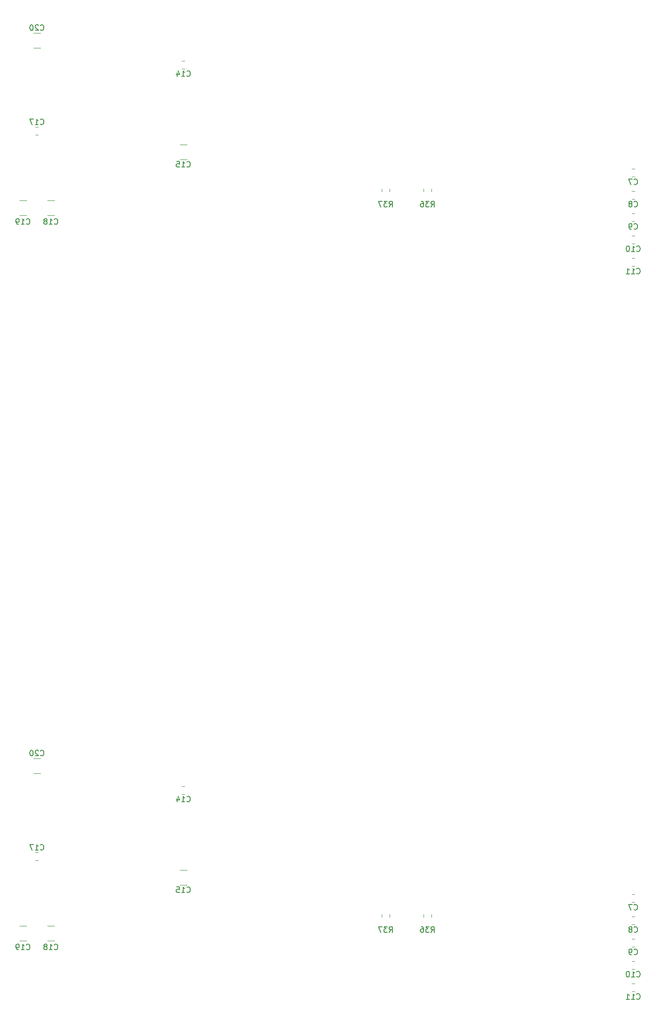
<source format=gbr>
*
%LPD*%
%LNPacMan-B_SilkS*%
%FSLAX25Y25*%
%MOIN*%
%AD*%
%AD*%
%ADD36C,0.004724409*%
%ADD37C,0.005905512*%
G54D36*
%SRX1Y1I0.0J0.0*%
G1X59862Y304633D2*
G1X55121Y304633D1*
G1X59862Y315342D2*
G1X55121Y315342D1*
G1X45121Y195342D2*
G1X49862Y195342D1*
G1X45121Y184633D2*
G1X49862Y184633D1*
G1X69862Y184633D2*
G1X65121Y184633D1*
G1X69862Y195342D2*
G1X65121Y195342D1*
G1X160121Y235342D2*
G1X164862Y235342D1*
G1X160121Y224633D2*
G1X164862Y224633D1*
G1X334696Y201459D2*
G1X334696Y203516D1*
G1X340287Y201459D2*
G1X340287Y203516D1*
G1X310287Y201459D2*
G1X310287Y203516D1*
G1X304696Y201459D2*
G1X304696Y203516D1*
G1X483963Y212192D2*
G1X486020Y212192D1*
G1X483963Y217783D2*
G1X486020Y217783D1*
G1X483963Y201783D2*
G1X486020Y201783D1*
G1X483963Y196192D2*
G1X486020Y196192D1*
G1X483963Y185783D2*
G1X486020Y185783D1*
G1X483963Y180192D2*
G1X486020Y180192D1*
G1X483963Y164192D2*
G1X486020Y164192D1*
G1X483963Y169783D2*
G1X486020Y169783D1*
G1X483963Y153783D2*
G1X486020Y153783D1*
G1X483963Y148192D2*
G1X486020Y148192D1*
G1X161463Y289692D2*
G1X163520Y289692D1*
G1X161463Y295283D2*
G1X163520Y295283D1*
G1X58520Y242192D2*
G1X56463Y242192D1*
G1X58520Y247783D2*
G1X56463Y247783D1*
G1X60023Y317558D2*
G54D37*
G1X60210Y317370D1*
G1X60773Y317183D1*
G1X61148Y317183D1*
G1X61710Y317370D1*
G1X62085Y317745D1*
G1X62272Y318120D1*
G1X62460Y318870D1*
G1X62460Y319433D1*
G1X62272Y320182D1*
G1X62085Y320557D1*
G1X61710Y320932D1*
G1X61148Y321120D1*
G1X60773Y321120D1*
G1X60210Y320932D1*
G1X60023Y320745D1*
G1X58523Y320745D2*
G1X58335Y320932D1*
G1X57960Y321120D1*
G1X57023Y321120D1*
G1X56648Y320932D1*
G1X56461Y320745D1*
G1X56273Y320370D1*
G1X56273Y319995D1*
G1X56461Y319433D1*
G1X58710Y317183D1*
G1X56273Y317183D1*
G1X53836Y321120D2*
G1X53461Y321120D1*
G1X53086Y320932D1*
G1X52899Y320745D1*
G1X52711Y320370D1*
G1X52524Y319620D1*
G1X52524Y318683D1*
G1X52711Y317933D1*
G1X52899Y317558D1*
G1X53086Y317370D1*
G1X53461Y317183D1*
G1X53836Y317183D1*
G1X54211Y317370D1*
G1X54398Y317558D1*
G1X54586Y317933D1*
G1X54773Y318683D1*
G1X54773Y319620D1*
G1X54586Y320370D1*
G1X54398Y320745D1*
G1X54211Y320932D1*
G1X53836Y321120D1*
G1X50023Y178581D2*
G1X50210Y178394D1*
G1X50773Y178206D1*
G1X51148Y178206D1*
G1X51710Y178394D1*
G1X52085Y178769D1*
G1X52272Y179144D1*
G1X52460Y179894D1*
G1X52460Y180456D1*
G1X52272Y181206D1*
G1X52085Y181581D1*
G1X51710Y181956D1*
G1X51148Y182144D1*
G1X50773Y182144D1*
G1X50210Y181956D1*
G1X50023Y181769D1*
G1X46273Y178206D2*
G1X48523Y178206D1*
G1X47398Y178206D2*
G1X47398Y182144D1*
G1X47773Y181581D1*
G1X48148Y181206D1*
G1X48523Y181019D1*
G1X44398Y178206D2*
G1X43649Y178206D1*
G1X43274Y178394D1*
G1X43086Y178581D1*
G1X42711Y179144D1*
G1X42524Y179894D1*
G1X42524Y181394D1*
G1X42711Y181769D1*
G1X42899Y181956D1*
G1X43274Y182144D1*
G1X44023Y182144D1*
G1X44398Y181956D1*
G1X44586Y181769D1*
G1X44773Y181394D1*
G1X44773Y180456D1*
G1X44586Y180081D1*
G1X44398Y179894D1*
G1X44023Y179706D1*
G1X43274Y179706D1*
G1X42899Y179894D1*
G1X42711Y180081D1*
G1X42524Y180456D1*
G1X70023Y178581D2*
G1X70210Y178394D1*
G1X70773Y178206D1*
G1X71148Y178206D1*
G1X71710Y178394D1*
G1X72085Y178769D1*
G1X72272Y179144D1*
G1X72460Y179894D1*
G1X72460Y180456D1*
G1X72272Y181206D1*
G1X72085Y181581D1*
G1X71710Y181956D1*
G1X71148Y182144D1*
G1X70773Y182144D1*
G1X70210Y181956D1*
G1X70023Y181769D1*
G1X66273Y178206D2*
G1X68523Y178206D1*
G1X67398Y178206D2*
G1X67398Y182144D1*
G1X67773Y181581D1*
G1X68148Y181206D1*
G1X68523Y181019D1*
G1X64023Y180456D2*
G1X64398Y180644D1*
G1X64586Y180831D1*
G1X64773Y181206D1*
G1X64773Y181394D1*
G1X64586Y181769D1*
G1X64398Y181956D1*
G1X64023Y182144D1*
G1X63274Y182144D1*
G1X62899Y181956D1*
G1X62711Y181769D1*
G1X62524Y181394D1*
G1X62524Y181206D1*
G1X62711Y180831D1*
G1X62899Y180644D1*
G1X63274Y180456D1*
G1X64023Y180456D1*
G1X64398Y180269D1*
G1X64586Y180081D1*
G1X64773Y179706D1*
G1X64773Y178956D1*
G1X64586Y178581D1*
G1X64398Y178394D1*
G1X64023Y178206D1*
G1X63274Y178206D1*
G1X62899Y178394D1*
G1X62711Y178581D1*
G1X62524Y178956D1*
G1X62524Y179706D1*
G1X62711Y180081D1*
G1X62899Y180269D1*
G1X63274Y180456D1*
G1X165023Y219605D2*
G1X165210Y219418D1*
G1X165773Y219230D1*
G1X166148Y219230D1*
G1X166710Y219418D1*
G1X167085Y219793D1*
G1X167272Y220167D1*
G1X167460Y220917D1*
G1X167460Y221480D1*
G1X167272Y222230D1*
G1X167085Y222605D1*
G1X166710Y222980D1*
G1X166148Y223167D1*
G1X165773Y223167D1*
G1X165210Y222980D1*
G1X165023Y222792D1*
G1X161273Y219230D2*
G1X163523Y219230D1*
G1X162398Y219230D2*
G1X162398Y223167D1*
G1X162773Y222605D1*
G1X163148Y222230D1*
G1X163523Y222042D1*
G1X157711Y223167D2*
G1X159586Y223167D1*
G1X159773Y221292D1*
G1X159586Y221480D1*
G1X159211Y221667D1*
G1X158274Y221667D1*
G1X157899Y221480D1*
G1X157711Y221292D1*
G1X157524Y220917D1*
G1X157524Y219980D1*
G1X157711Y219605D1*
G1X157899Y219418D1*
G1X158274Y219230D1*
G1X159211Y219230D1*
G1X159586Y219418D1*
G1X159773Y219605D1*
G1X340023Y190706D2*
G1X341335Y192581D1*
G1X342272Y190706D2*
G1X342272Y194644D1*
G1X340773Y194644D1*
G1X340398Y194456D1*
G1X340210Y194269D1*
G1X340023Y193894D1*
G1X340023Y193331D1*
G1X340210Y192956D1*
G1X340398Y192769D1*
G1X340773Y192581D1*
G1X342272Y192581D1*
G1X338710Y194644D2*
G1X336273Y194644D1*
G1X337586Y193144D1*
G1X337023Y193144D1*
G1X336648Y192956D1*
G1X336461Y192769D1*
G1X336273Y192394D1*
G1X336273Y191456D1*
G1X336461Y191081D1*
G1X336648Y190894D1*
G1X337023Y190706D1*
G1X338148Y190706D1*
G1X338523Y190894D1*
G1X338710Y191081D1*
G1X332899Y194644D2*
G1X333649Y194644D1*
G1X334023Y194456D1*
G1X334211Y194269D1*
G1X334586Y193706D1*
G1X334773Y192956D1*
G1X334773Y191456D1*
G1X334586Y191081D1*
G1X334398Y190894D1*
G1X334023Y190706D1*
G1X333274Y190706D1*
G1X332899Y190894D1*
G1X332711Y191081D1*
G1X332524Y191456D1*
G1X332524Y192394D1*
G1X332711Y192769D1*
G1X332899Y192956D1*
G1X333274Y193144D1*
G1X334023Y193144D1*
G1X334398Y192956D1*
G1X334586Y192769D1*
G1X334773Y192394D1*
G1X310023Y190706D2*
G1X311335Y192581D1*
G1X312272Y190706D2*
G1X312272Y194644D1*
G1X310773Y194644D1*
G1X310398Y194456D1*
G1X310210Y194269D1*
G1X310023Y193894D1*
G1X310023Y193331D1*
G1X310210Y192956D1*
G1X310398Y192769D1*
G1X310773Y192581D1*
G1X312272Y192581D1*
G1X308710Y194644D2*
G1X306273Y194644D1*
G1X307586Y193144D1*
G1X307023Y193144D1*
G1X306648Y192956D1*
G1X306461Y192769D1*
G1X306273Y192394D1*
G1X306273Y191456D1*
G1X306461Y191081D1*
G1X306648Y190894D1*
G1X307023Y190706D1*
G1X308148Y190706D1*
G1X308523Y190894D1*
G1X308710Y191081D1*
G1X304961Y194644D2*
G1X302336Y194644D1*
G1X304023Y190706D1*
G1X485648Y207085D2*
G1X485835Y206898D1*
G1X486398Y206710D1*
G1X486773Y206710D1*
G1X487335Y206898D1*
G1X487710Y207273D1*
G1X487898Y207648D1*
G1X488085Y208398D1*
G1X488085Y208960D1*
G1X487898Y209710D1*
G1X487710Y210085D1*
G1X487335Y210460D1*
G1X486773Y210647D1*
G1X486398Y210647D1*
G1X485835Y210460D1*
G1X485648Y210272D1*
G1X484336Y210647D2*
G1X481711Y210647D1*
G1X483398Y206710D1*
G1X485648Y191085D2*
G1X485835Y190898D1*
G1X486398Y190710D1*
G1X486773Y190710D1*
G1X487335Y190898D1*
G1X487710Y191273D1*
G1X487898Y191648D1*
G1X488085Y192398D1*
G1X488085Y192960D1*
G1X487898Y193710D1*
G1X487710Y194085D1*
G1X487335Y194460D1*
G1X486773Y194647D1*
G1X486398Y194647D1*
G1X485835Y194460D1*
G1X485648Y194272D1*
G1X483398Y192960D2*
G1X483773Y193148D1*
G1X483961Y193335D1*
G1X484148Y193710D1*
G1X484148Y193898D1*
G1X483961Y194272D1*
G1X483773Y194460D1*
G1X483398Y194647D1*
G1X482648Y194647D1*
G1X482273Y194460D1*
G1X482086Y194272D1*
G1X481898Y193898D1*
G1X481898Y193710D1*
G1X482086Y193335D1*
G1X482273Y193148D1*
G1X482648Y192960D1*
G1X483398Y192960D1*
G1X483773Y192773D1*
G1X483961Y192585D1*
G1X484148Y192210D1*
G1X484148Y191460D1*
G1X483961Y191085D1*
G1X483773Y190898D1*
G1X483398Y190710D1*
G1X482648Y190710D1*
G1X482273Y190898D1*
G1X482086Y191085D1*
G1X481898Y191460D1*
G1X481898Y192210D1*
G1X482086Y192585D1*
G1X482273Y192773D1*
G1X482648Y192960D1*
G1X485648Y175085D2*
G1X485835Y174898D1*
G1X486398Y174710D1*
G1X486773Y174710D1*
G1X487335Y174898D1*
G1X487710Y175273D1*
G1X487898Y175648D1*
G1X488085Y176398D1*
G1X488085Y176960D1*
G1X487898Y177710D1*
G1X487710Y178085D1*
G1X487335Y178460D1*
G1X486773Y178647D1*
G1X486398Y178647D1*
G1X485835Y178460D1*
G1X485648Y178272D1*
G1X483773Y174710D2*
G1X483023Y174710D1*
G1X482648Y174898D1*
G1X482461Y175085D1*
G1X482086Y175648D1*
G1X481898Y176398D1*
G1X481898Y177898D1*
G1X482086Y178272D1*
G1X482273Y178460D1*
G1X482648Y178647D1*
G1X483398Y178647D1*
G1X483773Y178460D1*
G1X483961Y178272D1*
G1X484148Y177898D1*
G1X484148Y176960D1*
G1X483961Y176585D1*
G1X483773Y176398D1*
G1X483398Y176210D1*
G1X482648Y176210D1*
G1X482273Y176398D1*
G1X482086Y176585D1*
G1X481898Y176960D1*
G1X487523Y159085D2*
G1X487710Y158898D1*
G1X488273Y158710D1*
G1X488648Y158710D1*
G1X489210Y158898D1*
G1X489585Y159273D1*
G1X489772Y159648D1*
G1X489960Y160398D1*
G1X489960Y160960D1*
G1X489772Y161710D1*
G1X489585Y162085D1*
G1X489210Y162460D1*
G1X488648Y162647D1*
G1X488273Y162647D1*
G1X487710Y162460D1*
G1X487523Y162272D1*
G1X483773Y158710D2*
G1X486023Y158710D1*
G1X484898Y158710D2*
G1X484898Y162647D1*
G1X485273Y162085D1*
G1X485648Y161710D1*
G1X486023Y161523D1*
G1X481336Y162647D2*
G1X480961Y162647D1*
G1X480586Y162460D1*
G1X480399Y162272D1*
G1X480211Y161898D1*
G1X480024Y161148D1*
G1X480024Y160210D1*
G1X480211Y159460D1*
G1X480399Y159085D1*
G1X480586Y158898D1*
G1X480961Y158710D1*
G1X481336Y158710D1*
G1X481711Y158898D1*
G1X481898Y159085D1*
G1X482086Y159460D1*
G1X482273Y160210D1*
G1X482273Y161148D1*
G1X482086Y161898D1*
G1X481898Y162272D1*
G1X481711Y162460D1*
G1X481336Y162647D1*
G1X487523Y143085D2*
G1X487710Y142898D1*
G1X488273Y142710D1*
G1X488648Y142710D1*
G1X489210Y142898D1*
G1X489585Y143273D1*
G1X489772Y143648D1*
G1X489960Y144398D1*
G1X489960Y144960D1*
G1X489772Y145710D1*
G1X489585Y146085D1*
G1X489210Y146460D1*
G1X488648Y146647D1*
G1X488273Y146647D1*
G1X487710Y146460D1*
G1X487523Y146272D1*
G1X483773Y142710D2*
G1X486023Y142710D1*
G1X484898Y142710D2*
G1X484898Y146647D1*
G1X485273Y146085D1*
G1X485648Y145710D1*
G1X486023Y145523D1*
G1X480024Y142710D2*
G1X482273Y142710D1*
G1X481149Y142710D2*
G1X481149Y146647D1*
G1X481523Y146085D1*
G1X481898Y145710D1*
G1X482273Y145523D1*
G1X165023Y284585D2*
G1X165210Y284398D1*
G1X165773Y284210D1*
G1X166148Y284210D1*
G1X166710Y284398D1*
G1X167085Y284773D1*
G1X167272Y285148D1*
G1X167460Y285898D1*
G1X167460Y286460D1*
G1X167272Y287210D1*
G1X167085Y287585D1*
G1X166710Y287960D1*
G1X166148Y288147D1*
G1X165773Y288147D1*
G1X165210Y287960D1*
G1X165023Y287772D1*
G1X161273Y284210D2*
G1X163523Y284210D1*
G1X162398Y284210D2*
G1X162398Y288147D1*
G1X162773Y287585D1*
G1X163148Y287210D1*
G1X163523Y287023D1*
G1X157899Y286835D2*
G1X157899Y284210D1*
G1X158836Y288335D2*
G1X159773Y285523D1*
G1X157336Y285523D1*
G1X60023Y250078D2*
G1X60210Y249890D1*
G1X60773Y249703D1*
G1X61148Y249703D1*
G1X61710Y249890D1*
G1X62085Y250265D1*
G1X62272Y250640D1*
G1X62460Y251390D1*
G1X62460Y251952D1*
G1X62272Y252702D1*
G1X62085Y253077D1*
G1X61710Y253452D1*
G1X61148Y253640D1*
G1X60773Y253640D1*
G1X60210Y253452D1*
G1X60023Y253265D1*
G1X56273Y249703D2*
G1X58523Y249703D1*
G1X57398Y249703D2*
G1X57398Y253640D1*
G1X57773Y253077D1*
G1X58148Y252702D1*
G1X58523Y252515D1*
G1X54961Y253640D2*
G1X52336Y253640D1*
G1X54023Y249703D1*
G1X59862Y824633D2*
G54D36*
G1X55121Y824633D1*
G1X59862Y835342D2*
G1X55121Y835342D1*
G1X45121Y715342D2*
G1X49862Y715342D1*
G1X45121Y704633D2*
G1X49862Y704633D1*
G1X69862Y704633D2*
G1X65121Y704633D1*
G1X69862Y715342D2*
G1X65121Y715342D1*
G1X160121Y755342D2*
G1X164862Y755342D1*
G1X160121Y744633D2*
G1X164862Y744633D1*
G1X334696Y721459D2*
G1X334696Y723516D1*
G1X340287Y721459D2*
G1X340287Y723516D1*
G1X310287Y721459D2*
G1X310287Y723516D1*
G1X304696Y721459D2*
G1X304696Y723516D1*
G1X483963Y732192D2*
G1X486020Y732192D1*
G1X483963Y737783D2*
G1X486020Y737783D1*
G1X483963Y721783D2*
G1X486020Y721783D1*
G1X483963Y716192D2*
G1X486020Y716192D1*
G1X483963Y705783D2*
G1X486020Y705783D1*
G1X483963Y700192D2*
G1X486020Y700192D1*
G1X483963Y684192D2*
G1X486020Y684192D1*
G1X483963Y689783D2*
G1X486020Y689783D1*
G1X483963Y673783D2*
G1X486020Y673783D1*
G1X483963Y668192D2*
G1X486020Y668192D1*
G1X161463Y809692D2*
G1X163520Y809692D1*
G1X161463Y815283D2*
G1X163520Y815283D1*
G1X58520Y762192D2*
G1X56463Y762192D1*
G1X58520Y767783D2*
G1X56463Y767783D1*
G1X60023Y837558D2*
G54D37*
G1X60210Y837370D1*
G1X60773Y837183D1*
G1X61148Y837183D1*
G1X61710Y837370D1*
G1X62085Y837745D1*
G1X62272Y838120D1*
G1X62460Y838870D1*
G1X62460Y839433D1*
G1X62272Y840182D1*
G1X62085Y840557D1*
G1X61710Y840932D1*
G1X61148Y841120D1*
G1X60773Y841120D1*
G1X60210Y840932D1*
G1X60023Y840745D1*
G1X58523Y840745D2*
G1X58335Y840932D1*
G1X57960Y841120D1*
G1X57023Y841120D1*
G1X56648Y840932D1*
G1X56461Y840745D1*
G1X56273Y840370D1*
G1X56273Y839995D1*
G1X56461Y839433D1*
G1X58710Y837183D1*
G1X56273Y837183D1*
G1X53836Y841120D2*
G1X53461Y841120D1*
G1X53086Y840932D1*
G1X52899Y840745D1*
G1X52711Y840370D1*
G1X52524Y839620D1*
G1X52524Y838683D1*
G1X52711Y837933D1*
G1X52899Y837558D1*
G1X53086Y837370D1*
G1X53461Y837183D1*
G1X53836Y837183D1*
G1X54211Y837370D1*
G1X54398Y837558D1*
G1X54586Y837933D1*
G1X54773Y838683D1*
G1X54773Y839620D1*
G1X54586Y840370D1*
G1X54398Y840745D1*
G1X54211Y840932D1*
G1X53836Y841120D1*
G1X50023Y698581D2*
G1X50210Y698394D1*
G1X50773Y698206D1*
G1X51148Y698206D1*
G1X51710Y698394D1*
G1X52085Y698769D1*
G1X52272Y699144D1*
G1X52460Y699894D1*
G1X52460Y700456D1*
G1X52272Y701206D1*
G1X52085Y701581D1*
G1X51710Y701956D1*
G1X51148Y702144D1*
G1X50773Y702144D1*
G1X50210Y701956D1*
G1X50023Y701769D1*
G1X46273Y698206D2*
G1X48523Y698206D1*
G1X47398Y698206D2*
G1X47398Y702144D1*
G1X47773Y701581D1*
G1X48148Y701206D1*
G1X48523Y701019D1*
G1X44398Y698206D2*
G1X43649Y698206D1*
G1X43274Y698394D1*
G1X43086Y698581D1*
G1X42711Y699144D1*
G1X42524Y699894D1*
G1X42524Y701394D1*
G1X42711Y701769D1*
G1X42899Y701956D1*
G1X43274Y702144D1*
G1X44023Y702144D1*
G1X44398Y701956D1*
G1X44586Y701769D1*
G1X44773Y701394D1*
G1X44773Y700456D1*
G1X44586Y700081D1*
G1X44398Y699894D1*
G1X44023Y699706D1*
G1X43274Y699706D1*
G1X42899Y699894D1*
G1X42711Y700081D1*
G1X42524Y700456D1*
G1X70023Y698581D2*
G1X70210Y698394D1*
G1X70773Y698206D1*
G1X71148Y698206D1*
G1X71710Y698394D1*
G1X72085Y698769D1*
G1X72272Y699144D1*
G1X72460Y699894D1*
G1X72460Y700456D1*
G1X72272Y701206D1*
G1X72085Y701581D1*
G1X71710Y701956D1*
G1X71148Y702144D1*
G1X70773Y702144D1*
G1X70210Y701956D1*
G1X70023Y701769D1*
G1X66273Y698206D2*
G1X68523Y698206D1*
G1X67398Y698206D2*
G1X67398Y702144D1*
G1X67773Y701581D1*
G1X68148Y701206D1*
G1X68523Y701019D1*
G1X64023Y700456D2*
G1X64398Y700644D1*
G1X64586Y700831D1*
G1X64773Y701206D1*
G1X64773Y701394D1*
G1X64586Y701769D1*
G1X64398Y701956D1*
G1X64023Y702144D1*
G1X63274Y702144D1*
G1X62899Y701956D1*
G1X62711Y701769D1*
G1X62524Y701394D1*
G1X62524Y701206D1*
G1X62711Y700831D1*
G1X62899Y700644D1*
G1X63274Y700456D1*
G1X64023Y700456D1*
G1X64398Y700269D1*
G1X64586Y700081D1*
G1X64773Y699706D1*
G1X64773Y698956D1*
G1X64586Y698581D1*
G1X64398Y698394D1*
G1X64023Y698206D1*
G1X63274Y698206D1*
G1X62899Y698394D1*
G1X62711Y698581D1*
G1X62524Y698956D1*
G1X62524Y699706D1*
G1X62711Y700081D1*
G1X62899Y700269D1*
G1X63274Y700456D1*
G1X165023Y739605D2*
G1X165210Y739418D1*
G1X165773Y739230D1*
G1X166148Y739230D1*
G1X166710Y739418D1*
G1X167085Y739793D1*
G1X167272Y740167D1*
G1X167460Y740917D1*
G1X167460Y741480D1*
G1X167272Y742230D1*
G1X167085Y742605D1*
G1X166710Y742980D1*
G1X166148Y743167D1*
G1X165773Y743167D1*
G1X165210Y742980D1*
G1X165023Y742792D1*
G1X161273Y739230D2*
G1X163523Y739230D1*
G1X162398Y739230D2*
G1X162398Y743167D1*
G1X162773Y742605D1*
G1X163148Y742230D1*
G1X163523Y742042D1*
G1X157711Y743167D2*
G1X159586Y743167D1*
G1X159773Y741292D1*
G1X159586Y741480D1*
G1X159211Y741667D1*
G1X158274Y741667D1*
G1X157899Y741480D1*
G1X157711Y741292D1*
G1X157524Y740917D1*
G1X157524Y739980D1*
G1X157711Y739605D1*
G1X157899Y739418D1*
G1X158274Y739230D1*
G1X159211Y739230D1*
G1X159586Y739418D1*
G1X159773Y739605D1*
G1X340023Y710706D2*
G1X341335Y712581D1*
G1X342272Y710706D2*
G1X342272Y714644D1*
G1X340773Y714644D1*
G1X340398Y714456D1*
G1X340210Y714269D1*
G1X340023Y713894D1*
G1X340023Y713331D1*
G1X340210Y712956D1*
G1X340398Y712769D1*
G1X340773Y712581D1*
G1X342272Y712581D1*
G1X338710Y714644D2*
G1X336273Y714644D1*
G1X337586Y713144D1*
G1X337023Y713144D1*
G1X336648Y712956D1*
G1X336461Y712769D1*
G1X336273Y712394D1*
G1X336273Y711456D1*
G1X336461Y711081D1*
G1X336648Y710894D1*
G1X337023Y710706D1*
G1X338148Y710706D1*
G1X338523Y710894D1*
G1X338710Y711081D1*
G1X332899Y714644D2*
G1X333649Y714644D1*
G1X334023Y714456D1*
G1X334211Y714269D1*
G1X334586Y713706D1*
G1X334773Y712956D1*
G1X334773Y711456D1*
G1X334586Y711081D1*
G1X334398Y710894D1*
G1X334023Y710706D1*
G1X333274Y710706D1*
G1X332899Y710894D1*
G1X332711Y711081D1*
G1X332524Y711456D1*
G1X332524Y712394D1*
G1X332711Y712769D1*
G1X332899Y712956D1*
G1X333274Y713144D1*
G1X334023Y713144D1*
G1X334398Y712956D1*
G1X334586Y712769D1*
G1X334773Y712394D1*
G1X310023Y710706D2*
G1X311335Y712581D1*
G1X312272Y710706D2*
G1X312272Y714644D1*
G1X310773Y714644D1*
G1X310398Y714456D1*
G1X310210Y714269D1*
G1X310023Y713894D1*
G1X310023Y713331D1*
G1X310210Y712956D1*
G1X310398Y712769D1*
G1X310773Y712581D1*
G1X312272Y712581D1*
G1X308710Y714644D2*
G1X306273Y714644D1*
G1X307586Y713144D1*
G1X307023Y713144D1*
G1X306648Y712956D1*
G1X306461Y712769D1*
G1X306273Y712394D1*
G1X306273Y711456D1*
G1X306461Y711081D1*
G1X306648Y710894D1*
G1X307023Y710706D1*
G1X308148Y710706D1*
G1X308523Y710894D1*
G1X308710Y711081D1*
G1X304961Y714644D2*
G1X302336Y714644D1*
G1X304023Y710706D1*
G1X485648Y727085D2*
G1X485835Y726898D1*
G1X486398Y726710D1*
G1X486773Y726710D1*
G1X487335Y726898D1*
G1X487710Y727273D1*
G1X487898Y727648D1*
G1X488085Y728398D1*
G1X488085Y728960D1*
G1X487898Y729710D1*
G1X487710Y730085D1*
G1X487335Y730460D1*
G1X486773Y730647D1*
G1X486398Y730647D1*
G1X485835Y730460D1*
G1X485648Y730272D1*
G1X484336Y730647D2*
G1X481711Y730647D1*
G1X483398Y726710D1*
G1X485648Y711085D2*
G1X485835Y710898D1*
G1X486398Y710710D1*
G1X486773Y710710D1*
G1X487335Y710898D1*
G1X487710Y711273D1*
G1X487898Y711648D1*
G1X488085Y712398D1*
G1X488085Y712960D1*
G1X487898Y713710D1*
G1X487710Y714085D1*
G1X487335Y714460D1*
G1X486773Y714647D1*
G1X486398Y714647D1*
G1X485835Y714460D1*
G1X485648Y714272D1*
G1X483398Y712960D2*
G1X483773Y713148D1*
G1X483961Y713335D1*
G1X484148Y713710D1*
G1X484148Y713898D1*
G1X483961Y714272D1*
G1X483773Y714460D1*
G1X483398Y714647D1*
G1X482648Y714647D1*
G1X482273Y714460D1*
G1X482086Y714272D1*
G1X481898Y713898D1*
G1X481898Y713710D1*
G1X482086Y713335D1*
G1X482273Y713148D1*
G1X482648Y712960D1*
G1X483398Y712960D1*
G1X483773Y712773D1*
G1X483961Y712585D1*
G1X484148Y712210D1*
G1X484148Y711460D1*
G1X483961Y711085D1*
G1X483773Y710898D1*
G1X483398Y710710D1*
G1X482648Y710710D1*
G1X482273Y710898D1*
G1X482086Y711085D1*
G1X481898Y711460D1*
G1X481898Y712210D1*
G1X482086Y712585D1*
G1X482273Y712773D1*
G1X482648Y712960D1*
G1X485648Y695085D2*
G1X485835Y694898D1*
G1X486398Y694710D1*
G1X486773Y694710D1*
G1X487335Y694898D1*
G1X487710Y695273D1*
G1X487898Y695648D1*
G1X488085Y696398D1*
G1X488085Y696960D1*
G1X487898Y697710D1*
G1X487710Y698085D1*
G1X487335Y698460D1*
G1X486773Y698647D1*
G1X486398Y698647D1*
G1X485835Y698460D1*
G1X485648Y698272D1*
G1X483773Y694710D2*
G1X483023Y694710D1*
G1X482648Y694898D1*
G1X482461Y695085D1*
G1X482086Y695648D1*
G1X481898Y696398D1*
G1X481898Y697898D1*
G1X482086Y698272D1*
G1X482273Y698460D1*
G1X482648Y698647D1*
G1X483398Y698647D1*
G1X483773Y698460D1*
G1X483961Y698272D1*
G1X484148Y697898D1*
G1X484148Y696960D1*
G1X483961Y696585D1*
G1X483773Y696398D1*
G1X483398Y696210D1*
G1X482648Y696210D1*
G1X482273Y696398D1*
G1X482086Y696585D1*
G1X481898Y696960D1*
G1X487523Y679085D2*
G1X487710Y678898D1*
G1X488273Y678710D1*
G1X488648Y678710D1*
G1X489210Y678898D1*
G1X489585Y679273D1*
G1X489772Y679648D1*
G1X489960Y680398D1*
G1X489960Y680960D1*
G1X489772Y681710D1*
G1X489585Y682085D1*
G1X489210Y682460D1*
G1X488648Y682647D1*
G1X488273Y682647D1*
G1X487710Y682460D1*
G1X487523Y682272D1*
G1X483773Y678710D2*
G1X486023Y678710D1*
G1X484898Y678710D2*
G1X484898Y682647D1*
G1X485273Y682085D1*
G1X485648Y681710D1*
G1X486023Y681523D1*
G1X481336Y682647D2*
G1X480961Y682647D1*
G1X480586Y682460D1*
G1X480399Y682272D1*
G1X480211Y681898D1*
G1X480024Y681148D1*
G1X480024Y680210D1*
G1X480211Y679460D1*
G1X480399Y679085D1*
G1X480586Y678898D1*
G1X480961Y678710D1*
G1X481336Y678710D1*
G1X481711Y678898D1*
G1X481898Y679085D1*
G1X482086Y679460D1*
G1X482273Y680210D1*
G1X482273Y681148D1*
G1X482086Y681898D1*
G1X481898Y682272D1*
G1X481711Y682460D1*
G1X481336Y682647D1*
G1X487523Y663085D2*
G1X487710Y662898D1*
G1X488273Y662710D1*
G1X488648Y662710D1*
G1X489210Y662898D1*
G1X489585Y663273D1*
G1X489772Y663648D1*
G1X489960Y664398D1*
G1X489960Y664960D1*
G1X489772Y665710D1*
G1X489585Y666085D1*
G1X489210Y666460D1*
G1X488648Y666647D1*
G1X488273Y666647D1*
G1X487710Y666460D1*
G1X487523Y666272D1*
G1X483773Y662710D2*
G1X486023Y662710D1*
G1X484898Y662710D2*
G1X484898Y666647D1*
G1X485273Y666085D1*
G1X485648Y665710D1*
G1X486023Y665523D1*
G1X480024Y662710D2*
G1X482273Y662710D1*
G1X481149Y662710D2*
G1X481149Y666647D1*
G1X481523Y666085D1*
G1X481898Y665710D1*
G1X482273Y665523D1*
G1X165023Y804585D2*
G1X165210Y804398D1*
G1X165773Y804210D1*
G1X166148Y804210D1*
G1X166710Y804398D1*
G1X167085Y804773D1*
G1X167272Y805148D1*
G1X167460Y805898D1*
G1X167460Y806460D1*
G1X167272Y807210D1*
G1X167085Y807585D1*
G1X166710Y807960D1*
G1X166148Y808147D1*
G1X165773Y808147D1*
G1X165210Y807960D1*
G1X165023Y807772D1*
G1X161273Y804210D2*
G1X163523Y804210D1*
G1X162398Y804210D2*
G1X162398Y808147D1*
G1X162773Y807585D1*
G1X163148Y807210D1*
G1X163523Y807023D1*
G1X157899Y806835D2*
G1X157899Y804210D1*
G1X158836Y808335D2*
G1X159773Y805523D1*
G1X157336Y805523D1*
G1X60023Y770078D2*
G1X60210Y769890D1*
G1X60773Y769703D1*
G1X61148Y769703D1*
G1X61710Y769890D1*
G1X62085Y770265D1*
G1X62272Y770640D1*
G1X62460Y771390D1*
G1X62460Y771952D1*
G1X62272Y772702D1*
G1X62085Y773077D1*
G1X61710Y773452D1*
G1X61148Y773640D1*
G1X60773Y773640D1*
G1X60210Y773452D1*
G1X60023Y773265D1*
G1X56273Y769703D2*
G1X58523Y769703D1*
G1X57398Y769703D2*
G1X57398Y773640D1*
G1X57773Y773077D1*
G1X58148Y772702D1*
G1X58523Y772515D1*
G1X54961Y773640D2*
G1X52336Y773640D1*
G1X54023Y769703D1*
M2*

</source>
